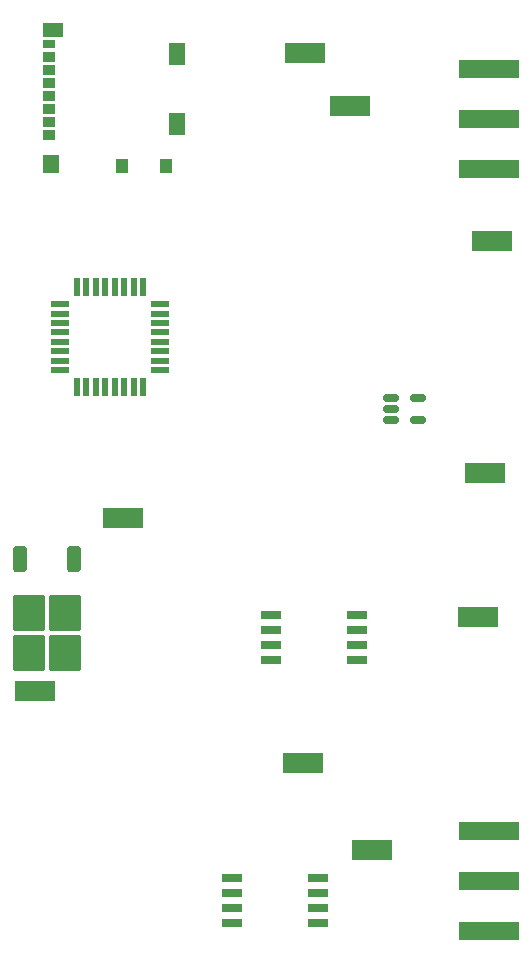
<source format=gbr>
%TF.GenerationSoftware,KiCad,Pcbnew,8.0.5*%
%TF.CreationDate,2024-10-24T17:31:16-06:00*%
%TF.ProjectId,fluxgate,666c7578-6761-4746-952e-6b696361645f,rev?*%
%TF.SameCoordinates,Original*%
%TF.FileFunction,Paste,Top*%
%TF.FilePolarity,Positive*%
%FSLAX46Y46*%
G04 Gerber Fmt 4.6, Leading zero omitted, Abs format (unit mm)*
G04 Created by KiCad (PCBNEW 8.0.5) date 2024-10-24 17:31:16*
%MOMM*%
%LPD*%
G01*
G04 APERTURE LIST*
G04 Aperture macros list*
%AMRoundRect*
0 Rectangle with rounded corners*
0 $1 Rounding radius*
0 $2 $3 $4 $5 $6 $7 $8 $9 X,Y pos of 4 corners*
0 Add a 4 corners polygon primitive as box body*
4,1,4,$2,$3,$4,$5,$6,$7,$8,$9,$2,$3,0*
0 Add four circle primitives for the rounded corners*
1,1,$1+$1,$2,$3*
1,1,$1+$1,$4,$5*
1,1,$1+$1,$6,$7*
1,1,$1+$1,$8,$9*
0 Add four rect primitives between the rounded corners*
20,1,$1+$1,$2,$3,$4,$5,0*
20,1,$1+$1,$4,$5,$6,$7,0*
20,1,$1+$1,$6,$7,$8,$9,0*
20,1,$1+$1,$8,$9,$2,$3,0*%
G04 Aperture macros list end*
%ADD10R,3.400000X1.800000*%
%ADD11R,5.080000X1.500000*%
%ADD12RoundRect,0.150000X-0.512500X-0.150000X0.512500X-0.150000X0.512500X0.150000X-0.512500X0.150000X0*%
%ADD13R,0.550000X1.600000*%
%ADD14R,1.600000X0.550000*%
%ADD15RoundRect,0.250000X-0.350000X0.850000X-0.350000X-0.850000X0.350000X-0.850000X0.350000X0.850000X0*%
%ADD16RoundRect,0.250000X-1.125000X1.275000X-1.125000X-1.275000X1.125000X-1.275000X1.125000X1.275000X0*%
%ADD17R,1.700000X0.650000*%
%ADD18R,1.800000X1.170000*%
%ADD19R,1.350000X1.900000*%
%ADD20R,1.350000X1.550000*%
%ADD21R,1.000000X1.200000*%
%ADD22R,1.100000X0.750000*%
%ADD23R,1.100000X0.850000*%
G04 APERTURE END LIST*
D10*
%TO.C,TP1*%
X195580000Y-48895000D03*
%TD*%
%TO.C,TP7*%
X179578000Y-93091000D03*
%TD*%
D11*
%TO.C,J1*%
X195326000Y-42858000D03*
X195326000Y-34358000D03*
X195326000Y-38608000D03*
%TD*%
D12*
%TO.C,U4*%
X189250000Y-62230000D03*
X189250000Y-64130000D03*
X186975000Y-64130000D03*
X186975000Y-63180000D03*
X186975000Y-62230000D03*
%TD*%
D13*
%TO.C,U1*%
X165995000Y-61330000D03*
X165195000Y-61330000D03*
X164395000Y-61330000D03*
X163595000Y-61330000D03*
X162795000Y-61330000D03*
X161995000Y-61330000D03*
X161195000Y-61330000D03*
X160395000Y-61330000D03*
D14*
X158945000Y-59880000D03*
X158945000Y-59080000D03*
X158945000Y-58280000D03*
X158945000Y-57480000D03*
X158945000Y-56680000D03*
X158945000Y-55880000D03*
X158945000Y-55080000D03*
X158945000Y-54280000D03*
D13*
X160395000Y-52830000D03*
X161195000Y-52830000D03*
X161995000Y-52830000D03*
X162795000Y-52830000D03*
X163595000Y-52830000D03*
X164395000Y-52830000D03*
X165195000Y-52830000D03*
X165995000Y-52830000D03*
D14*
X167445000Y-54280000D03*
X167445000Y-55080000D03*
X167445000Y-55880000D03*
X167445000Y-56680000D03*
X167445000Y-57480000D03*
X167445000Y-58280000D03*
X167445000Y-59080000D03*
X167445000Y-59880000D03*
%TD*%
D15*
%TO.C,Q5*%
X155580000Y-75845000D03*
D16*
X156335000Y-83820000D03*
X159385000Y-83820000D03*
X156335000Y-80470000D03*
X159385000Y-80470000D03*
D15*
X160140000Y-75845000D03*
%TD*%
D10*
%TO.C,TP8*%
X164338000Y-72390000D03*
%TD*%
%TO.C,TP3*%
X156845000Y-86995000D03*
%TD*%
D17*
%TO.C,U5*%
X184105866Y-80585122D03*
X184105866Y-81855122D03*
X184105866Y-83125122D03*
X184105866Y-84395122D03*
X176805866Y-84395122D03*
X176805866Y-83125122D03*
X176805866Y-81855122D03*
X176805866Y-80585122D03*
%TD*%
%TO.C,U2*%
X173515000Y-106680000D03*
X173515000Y-105410000D03*
X173515000Y-104140000D03*
X173515000Y-102870000D03*
X180815000Y-102870000D03*
X180815000Y-104140000D03*
X180815000Y-105410000D03*
X180815000Y-106680000D03*
%TD*%
D18*
%TO.C,J7*%
X158412500Y-31075000D03*
D19*
X168887500Y-33100000D03*
X168887500Y-39070000D03*
D20*
X158187500Y-42395000D03*
D21*
X167912500Y-42570000D03*
X164212500Y-42570000D03*
D22*
X158062500Y-32285000D03*
D23*
X158062500Y-33335000D03*
X158062500Y-34435000D03*
X158062500Y-35535000D03*
X158062500Y-36635000D03*
X158062500Y-37735000D03*
X158062500Y-38835000D03*
X158062500Y-39935000D03*
%TD*%
D10*
%TO.C,TP6*%
X185420000Y-100457000D03*
%TD*%
%TO.C,TP4*%
X183515000Y-37465000D03*
%TD*%
D11*
%TO.C,J9*%
X195297500Y-107374000D03*
X195297500Y-98874000D03*
X195297500Y-103124000D03*
%TD*%
D10*
%TO.C,TP5*%
X194945000Y-68580000D03*
%TD*%
%TO.C,TP9*%
X194349983Y-80800942D03*
%TD*%
%TO.C,TP2*%
X179705000Y-33020000D03*
%TD*%
M02*

</source>
